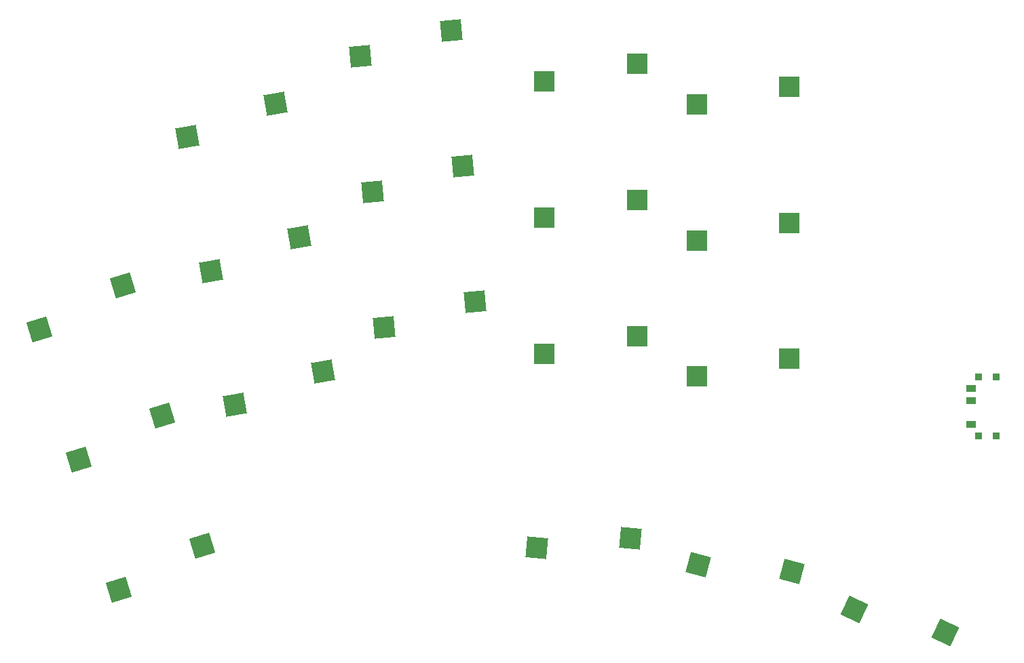
<source format=gbr>
%TF.GenerationSoftware,KiCad,Pcbnew,8.0.5-1.fc40*%
%TF.CreationDate,2024-10-20T23:35:03+02:00*%
%TF.ProjectId,fro_dux-v1,66726f5f-6475-4782-9d76-312e6b696361,v1.0.0*%
%TF.SameCoordinates,Original*%
%TF.FileFunction,Paste,Top*%
%TF.FilePolarity,Positive*%
%FSLAX46Y46*%
G04 Gerber Fmt 4.6, Leading zero omitted, Abs format (unit mm)*
G04 Created by KiCad (PCBNEW 8.0.5-1.fc40) date 2024-10-20 23:35:03*
%MOMM*%
%LPD*%
G01*
G04 APERTURE LIST*
G04 Aperture macros list*
%AMRotRect*
0 Rectangle, with rotation*
0 The origin of the aperture is its center*
0 $1 length*
0 $2 width*
0 $3 Rotation angle, in degrees counterclockwise*
0 Add horizontal line*
21,1,$1,$2,0,0,$3*%
G04 Aperture macros list end*
%ADD10R,0.900000X0.900000*%
%ADD11R,1.250000X0.900000*%
%ADD12RotRect,2.600000X2.600000X10.000000*%
%ADD13RotRect,2.600000X2.600000X5.000000*%
%ADD14R,2.600000X2.600000*%
%ADD15RotRect,2.600000X2.600000X345.000000*%
%ADD16RotRect,2.600000X2.600000X335.000000*%
%ADD17RotRect,2.600000X2.600000X17.000000*%
%ADD18RotRect,2.600000X2.600000X355.000000*%
G04 APERTURE END LIST*
D10*
%TO.C,T1*%
X163511087Y77016483D03*
X161311087Y77016483D03*
X163511087Y69616483D03*
X161311087Y69616483D03*
D11*
X160336087Y71066483D03*
X160336087Y74066483D03*
X160336087Y75566483D03*
%TD*%
D12*
%TO.C,S11*%
X73579149Y111173371D03*
X62586645Y107001157D03*
%TD*%
D13*
%TO.C,S15*%
X96965604Y103326961D03*
X85651298Y100128683D03*
%TD*%
D14*
%TO.C,S21*%
X118686087Y99099816D03*
X107136087Y96899816D03*
%TD*%
%TO.C,S29*%
X137686087Y113266483D03*
X126136087Y111066483D03*
%TD*%
D15*
%TO.C,S33*%
X138021079Y52686465D03*
X126295234Y53550788D03*
%TD*%
D16*
%TO.C,S35*%
X157171408Y45093359D03*
X145773794Y47980723D03*
%TD*%
D12*
%TO.C,S7*%
X79483187Y77689907D03*
X68490683Y73517693D03*
%TD*%
D17*
%TO.C,S1*%
X64421967Y55904712D03*
X54019865Y50423948D03*
%TD*%
%TO.C,S5*%
X54481329Y88419074D03*
X44079227Y82938310D03*
%TD*%
D14*
%TO.C,S27*%
X137686087Y96266483D03*
X126136087Y94066483D03*
%TD*%
D12*
%TO.C,S9*%
X76531168Y94431639D03*
X65538664Y90259425D03*
%TD*%
D13*
%TO.C,S13*%
X98447252Y86391651D03*
X87132946Y83193373D03*
%TD*%
%TO.C,S17*%
X95483957Y120262271D03*
X84169651Y117063993D03*
%TD*%
D18*
%TO.C,S31*%
X117866946Y56846253D03*
X106169155Y55661274D03*
%TD*%
D17*
%TO.C,S3*%
X59451648Y72161893D03*
X49049546Y66681129D03*
%TD*%
D14*
%TO.C,S23*%
X118686087Y116099816D03*
X107136087Y113899816D03*
%TD*%
%TO.C,S25*%
X137686087Y79266483D03*
X126136087Y77066483D03*
%TD*%
%TO.C,S19*%
X118686087Y82099816D03*
X107136087Y79899816D03*
%TD*%
M02*

</source>
